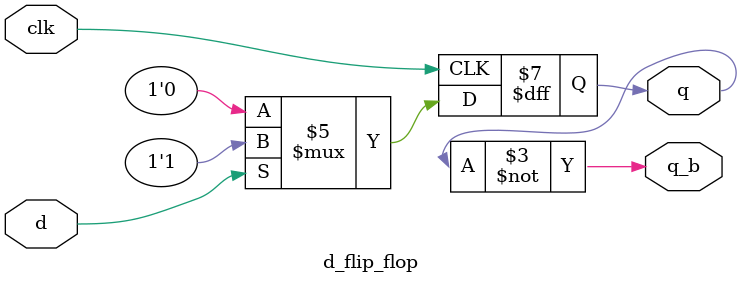
<source format=v>
`timescale 1ns / 1ps
module d_flip_flop(d,clk,q,q_b);
    input d,clk;
    output reg q;
    output q_b;
    always @(posedge clk)
        begin
            if(d==1'b0)
                q<=1'b0;
            else    
                q<=1'b1;
        end
        assign q_b=~q;
endmodule

</source>
